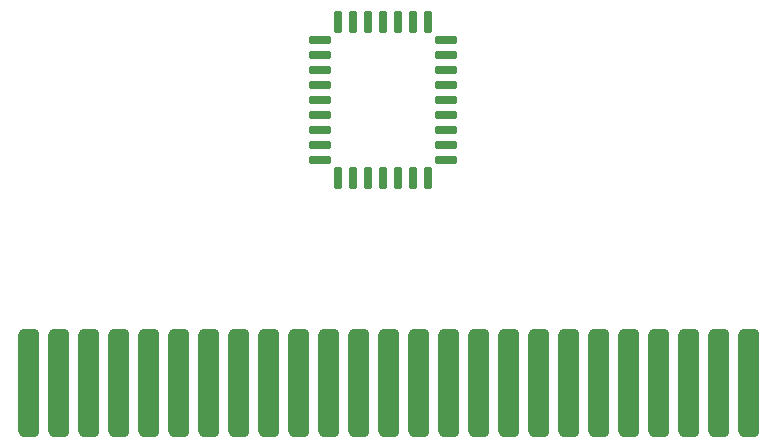
<source format=gbr>
%TF.GenerationSoftware,KiCad,Pcbnew,7.0.8*%
%TF.CreationDate,2023-10-14T11:25:39+01:00*%
%TF.ProjectId,v0a,7630612e-6b69-4636-9164-5f7063625858,rev?*%
%TF.SameCoordinates,Original*%
%TF.FileFunction,Paste,Top*%
%TF.FilePolarity,Positive*%
%FSLAX46Y46*%
G04 Gerber Fmt 4.6, Leading zero omitted, Abs format (unit mm)*
G04 Created by KiCad (PCBNEW 7.0.8) date 2023-10-14 11:25:39*
%MOMM*%
%LPD*%
G01*
G04 APERTURE LIST*
G04 Aperture macros list*
%AMRoundRect*
0 Rectangle with rounded corners*
0 $1 Rounding radius*
0 $2 $3 $4 $5 $6 $7 $8 $9 X,Y pos of 4 corners*
0 Add a 4 corners polygon primitive as box body*
4,1,4,$2,$3,$4,$5,$6,$7,$8,$9,$2,$3,0*
0 Add four circle primitives for the rounded corners*
1,1,$1+$1,$2,$3*
1,1,$1+$1,$4,$5*
1,1,$1+$1,$6,$7*
1,1,$1+$1,$8,$9*
0 Add four rect primitives between the rounded corners*
20,1,$1+$1,$2,$3,$4,$5,0*
20,1,$1+$1,$4,$5,$6,$7,0*
20,1,$1+$1,$6,$7,$8,$9,0*
20,1,$1+$1,$8,$9,$2,$3,0*%
G04 Aperture macros list end*
%ADD10RoundRect,0.150000X-0.150000X-0.812500X0.150000X-0.812500X0.150000X0.812500X-0.150000X0.812500X0*%
%ADD11RoundRect,0.150000X-0.812500X-0.150000X0.812500X-0.150000X0.812500X0.150000X-0.812500X0.150000X0*%
%ADD12RoundRect,0.151250X-0.811250X-0.151250X0.811250X-0.151250X0.811250X0.151250X-0.811250X0.151250X0*%
%ADD13RoundRect,0.444500X-0.444500X-4.127500X0.444500X-4.127500X0.444500X4.127500X-0.444500X4.127500X0*%
G04 APERTURE END LIST*
D10*
%TO.C,U4*%
X126975000Y-52932500D03*
X125705000Y-52932500D03*
X124435000Y-52932500D03*
X123165000Y-52932500D03*
D11*
X121637500Y-54465000D03*
X121637500Y-55735000D03*
X121637500Y-57005000D03*
X121637500Y-58275000D03*
X121637500Y-59545000D03*
X121637500Y-60815000D03*
X121637500Y-62085000D03*
X121637500Y-63355000D03*
X121637500Y-64625000D03*
D10*
X123165000Y-66157500D03*
X124435000Y-66157500D03*
X125705000Y-66157500D03*
X126975000Y-66157500D03*
X128245000Y-66157500D03*
X129515000Y-66157500D03*
X130785000Y-66157500D03*
D12*
X132312500Y-64622500D03*
D11*
X132312500Y-63355000D03*
X132312500Y-62085000D03*
X132312500Y-60815000D03*
X132312500Y-59545000D03*
X132312500Y-58275000D03*
X132312500Y-57005000D03*
X132312500Y-55735000D03*
X132312500Y-54465000D03*
D10*
X130785000Y-52932500D03*
X129515000Y-52932500D03*
X128245000Y-52932500D03*
%TD*%
D13*
%TO.C,J1*%
X97028000Y-83566000D03*
X99568000Y-83566000D03*
X102108000Y-83566000D03*
X104648000Y-83566000D03*
X107188000Y-83566000D03*
X109728000Y-83566000D03*
X112268000Y-83566000D03*
X114808000Y-83566000D03*
X117348000Y-83566000D03*
X119888000Y-83566000D03*
X122428000Y-83566000D03*
X124968000Y-83566000D03*
X127508000Y-83566000D03*
X130048000Y-83566000D03*
X132588000Y-83566000D03*
X135128000Y-83566000D03*
X137668000Y-83566000D03*
X140208000Y-83566000D03*
X142748000Y-83566000D03*
X145288000Y-83566000D03*
X147828000Y-83566000D03*
X150368000Y-83566000D03*
X152908000Y-83566000D03*
X155448000Y-83566000D03*
X157988000Y-83566000D03*
%TD*%
M02*

</source>
